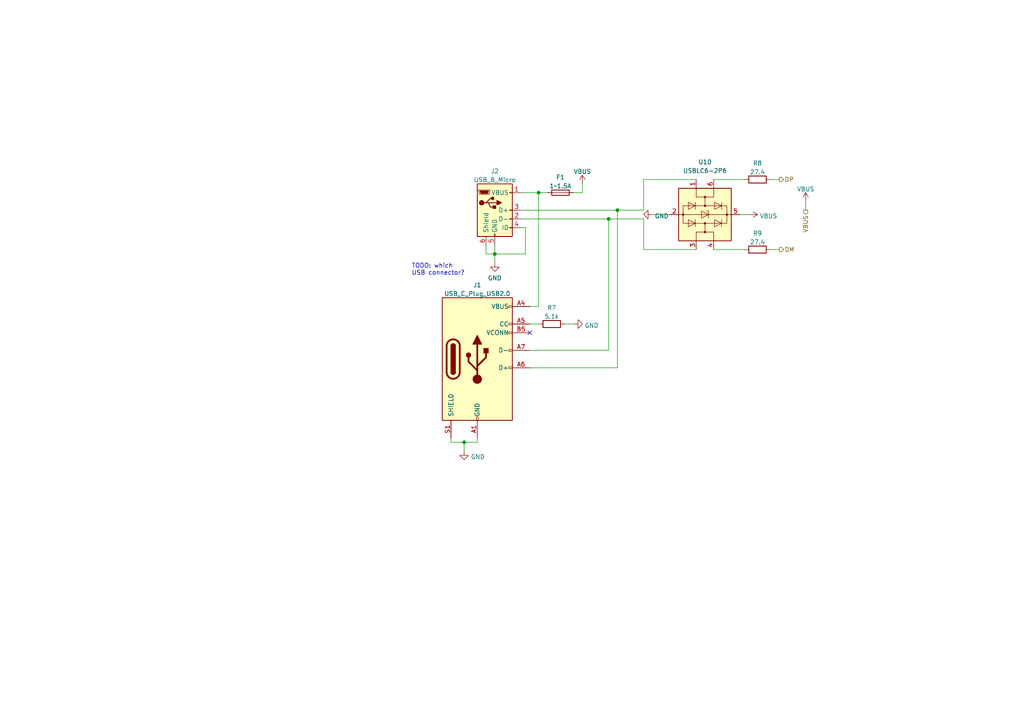
<source format=kicad_sch>
(kicad_sch (version 20211123) (generator eeschema)
  (paper "A4")
  (lib_symbols
    (symbol "Connector:USB_B_Micro" (pin_names (offset 1.016))
      (property "Reference" "J" (at -5.08 11.43 0))
      (property "Value" "USB_B_Micro" (at -5.08 8.89 0))
      (symbol "USB_B_Micro_0_1"
        (rectangle (start -5.08 -7.62) (end 5.08 7.62) (stroke (width 0.254)) (fill (type background)))
        (circle (center -3.81 2.159) (radius 0.635) (stroke (width 0.254)) (fill (type outline)))
        (circle (center -0.635 3.429) (radius 0.381) (stroke (width 0.254)) (fill (type outline)))
        (rectangle (start -0.127 -7.62) (end 0.127 -6.858))
        (polyline (pts (xy -1.905 2.159) (xy 0.635 2.159)) (stroke (width 0.254)))
        (polyline (pts (xy -3.175 2.159) (xy -2.54 2.159) (xy -1.27 3.429) (xy -0.635 3.429)) (stroke (width 0.254)))
        (polyline (pts (xy -2.54 2.159) (xy -1.905 2.159) (xy -1.27 0.889) (xy 0 0.889)) (stroke (width 0.254)))
        (polyline (pts (xy 0.635 2.794) (xy 0.635 1.524) (xy 1.905 2.159) (xy 0.635 2.794)) (stroke (width 0.254)) (fill (type outline)))
        (polyline (pts (xy -4.318 5.588) (xy -1.778 5.588) (xy -2.032 4.826) (xy -4.064 4.826) (xy -4.318 5.588)) (fill (type outline)))
        (polyline (pts (xy -4.699 5.842) (xy -4.699 5.588) (xy -4.445 4.826) (xy -4.445 4.572) (xy -1.651 4.572) (xy -1.651 4.826) (xy -1.397 5.588) (xy -1.397 5.842) (xy -4.699 5.842)))
        (rectangle (start 0.254 1.27) (end -0.508 0.508) (stroke (width 0.254)) (fill (type outline)))
        (rectangle (start 5.08 -5.207) (end 4.318 -4.953))
        (rectangle (start 5.08 -2.667) (end 4.318 -2.413))
        (rectangle (start 5.08 -0.127) (end 4.318 0.127))
        (rectangle (start 5.08 4.953) (end 4.318 5.207))
      )
      (symbol "USB_B_Micro_1_1"
        (pin power_out line (at 7.62 5.08 180) (length 2.54) (name "VBUS") (number "1"))
        (pin bidirectional line (at 7.62 -2.54 180) (length 2.54) (name "D-") (number "2"))
        (pin bidirectional line (at 7.62 0 180) (length 2.54) (name "D+") (number "3"))
        (pin passive line (at 7.62 -5.08 180) (length 2.54) (name "ID") (number "4"))
        (pin power_out line (at 0 -10.16 90) (length 2.54) (name "GND") (number "5"))
        (pin passive line (at -2.54 -10.16 90) (length 2.54) (name "Shield") (number "6"))
      )
    )
    (symbol "Connector:USB_C_Plug_USB2.0" (pin_names (offset 1.016))
      (property "Reference" "P" (at -10.16 19.05 0))
      (property "Value" "USB_C_Plug_USB2.0" (at 12.7 19.05 0))
      (symbol "USB_C_Plug_USB2.0_0_0"
        (rectangle (start -0.254 -17.78) (end 0.254 -16.764))
        (rectangle (start 10.16 -2.286) (end 9.144 -2.794))
        (rectangle (start 10.16 2.794) (end 9.144 2.286))
        (rectangle (start 10.16 7.874) (end 9.144 7.366))
        (rectangle (start 10.16 10.414) (end 9.144 9.906))
        (rectangle (start 10.16 15.494) (end 9.144 14.986))
      )
      (symbol "USB_C_Plug_USB2.0_0_1"
        (rectangle (start -10.16 17.78) (end 10.16 -17.78) (stroke (width 0.254)) (fill (type background)))
        (arc (start -8.89 -3.81) (mid -6.985 -5.715) (end -5.08 -3.81) (stroke (width 0.508)))
        (arc (start -7.62 -3.81) (mid -6.985 -4.445) (end -6.35 -3.81) (stroke (width 0.254)))
        (arc (start -7.62 -3.81) (mid -6.985 -4.445) (end -6.35 -3.81) (stroke (width 0.254)) (fill (type outline)))
        (rectangle (start -7.62 -3.81) (end -6.35 3.81) (stroke (width 0.254)) (fill (type outline)))
        (arc (start -6.35 3.81) (mid -6.985 4.445) (end -7.62 3.81) (stroke (width 0.254)))
        (arc (start -6.35 3.81) (mid -6.985 4.445) (end -7.62 3.81) (stroke (width 0.254)) (fill (type outline)))
        (arc (start -5.08 3.81) (mid -6.985 5.715) (end -8.89 3.81) (stroke (width 0.508)))
        (circle (center -2.54 1.143) (radius 0.635) (stroke (width 0.254)) (fill (type outline)))
        (circle (center 0 -5.842) (radius 1.27) (fill (type outline)))
        (polyline (pts (xy -8.89 -3.81) (xy -8.89 3.81)) (stroke (width 0.508)))
        (polyline (pts (xy -5.08 3.81) (xy -5.08 -3.81)) (stroke (width 0.508)))
        (polyline (pts (xy 0 -5.842) (xy 0 4.318)) (stroke (width 0.508)))
        (polyline (pts (xy 0 -3.302) (xy -2.54 -0.762) (xy -2.54 0.508)) (stroke (width 0.508)))
        (polyline (pts (xy 0 -2.032) (xy 2.54 0.508) (xy 2.54 1.778)) (stroke (width 0.508)))
        (polyline (pts (xy -1.27 4.318) (xy 0 6.858) (xy 1.27 4.318) (xy -1.27 4.318)) (stroke (width 0.254)) (fill (type outline)))
        (rectangle (start 1.905 1.778) (end 3.175 3.048) (stroke (width 0.254)) (fill (type outline)))
      )
      (symbol "USB_C_Plug_USB2.0_1_1"
        (pin passive line (at 0 -22.86 90) (length 5.08) (name "GND") (number "A1"))
        (pin passive line (at 0 -22.86 90) (length 5.08) hide (name "GND") (number "A12"))
        (pin passive line (at 15.24 15.24 180) (length 5.08) (name "VBUS") (number "A4"))
        (pin bidirectional line (at 15.24 10.16 180) (length 5.08) (name "CC") (number "A5"))
        (pin bidirectional line (at 15.24 -2.54 180) (length 5.08) (name "D+") (number "A6"))
        (pin bidirectional line (at 15.24 2.54 180) (length 5.08) (name "D-") (number "A7"))
        (pin passive line (at 15.24 15.24 180) (length 5.08) hide (name "VBUS") (number "A9"))
        (pin passive line (at 0 -22.86 90) (length 5.08) hide (name "GND") (number "B1"))
        (pin passive line (at 0 -22.86 90) (length 5.08) hide (name "GND") (number "B12"))
        (pin passive line (at 15.24 15.24 180) (length 5.08) hide (name "VBUS") (number "B4"))
        (pin bidirectional line (at 15.24 7.62 180) (length 5.08) (name "VCONN") (number "B5"))
        (pin passive line (at 15.24 15.24 180) (length 5.08) hide (name "VBUS") (number "B9"))
        (pin passive line (at -7.62 -22.86 90) (length 5.08) (name "SHIELD") (number "S1"))
      )
    )
    (symbol "Device:Fuse" (pin_numbers hide) (pin_names (offset 0))
      (property "Reference" "F" (at 2.032 0 90))
      (property "Value" "Fuse" (at -1.905 0 90))
      (symbol "Fuse_0_1"
        (rectangle (start -0.762 -2.54) (end 0.762 2.54) (stroke (width 0.254)))
        (polyline (pts (xy 0 2.54) (xy 0 -2.54)))
      )
      (symbol "Fuse_1_1"
        (pin passive line (at 0 3.81 270) (length 1.27) (name "~") (number "1"))
        (pin passive line (at 0 -3.81 90) (length 1.27) (name "~") (number "2"))
      )
    )
    (symbol "Device:R" (pin_numbers hide) (pin_names (offset 0))
      (property "Reference" "R" (at 2.032 0 90))
      (property "Value" "R" (at 0 0 90))
      (symbol "R_0_1"
        (rectangle (start -1.016 -2.54) (end 1.016 2.54) (stroke (width 0.254)))
      )
      (symbol "R_1_1"
        (pin passive line (at 0 3.81 270) (length 1.27) (name "~") (number "1"))
        (pin passive line (at 0 -3.81 90) (length 1.27) (name "~") (number "2"))
      )
    )
    (symbol "Power_Protection:USBLC6-2P6" (pin_names hide)
      (property "Reference" "U" (at 2.54 8.89 0))
      (property "Value" "USBLC6-2P6" (at 2.54 -8.89 0))
      (symbol "USBLC6-2P6_0_1"
        (rectangle (start -7.62 -7.62) (end 7.62 7.62) (stroke (width 0.254)) (fill (type background)))
        (circle (center -5.08 0) (radius 0.254) (fill (type outline)))
        (circle (center -2.54 0) (radius 0.254) (fill (type outline)))
        (rectangle (start -2.54 6.35) (end 2.54 -6.35))
        (circle (center 0 -6.35) (radius 0.254) (fill (type outline)))
        (polyline (pts (xy -5.08 -2.54) (xy -7.62 -2.54)))
        (polyline (pts (xy -5.08 0) (xy -5.08 -2.54)))
        (polyline (pts (xy -5.08 2.54) (xy -7.62 2.54)))
        (polyline (pts (xy -1.524 -2.794) (xy -3.556 -2.794)))
        (polyline (pts (xy -1.524 4.826) (xy -3.556 4.826)))
        (polyline (pts (xy 0 -7.62) (xy 0 -6.35)))
        (polyline (pts (xy 0 -6.35) (xy 0 1.27)))
        (polyline (pts (xy 0 1.27) (xy 0 6.35)))
        (polyline (pts (xy 0 6.35) (xy 0 7.62)))
        (polyline (pts (xy 1.524 -2.794) (xy 3.556 -2.794)))
        (polyline (pts (xy 1.524 4.826) (xy 3.556 4.826)))
        (polyline (pts (xy 5.08 -2.54) (xy 7.62 -2.54)))
        (polyline (pts (xy 5.08 0) (xy 5.08 -2.54)))
        (polyline (pts (xy 5.08 2.54) (xy 7.62 2.54)))
        (polyline (pts (xy -2.54 0) (xy -5.08 0) (xy -5.08 2.54)))
        (polyline (pts (xy 2.54 0) (xy 5.08 0) (xy 5.08 2.54)))
        (polyline (pts (xy -3.556 -4.826) (xy -1.524 -4.826) (xy -2.54 -2.794) (xy -3.556 -4.826)))
        (polyline (pts (xy -3.556 2.794) (xy -1.524 2.794) (xy -2.54 4.826) (xy -3.556 2.794)))
        (polyline (pts (xy -1.016 -1.016) (xy 1.016 -1.016) (xy 0 1.016) (xy -1.016 -1.016)))
        (polyline (pts (xy 1.016 1.016) (xy 0.762 1.016) (xy -1.016 1.016) (xy -1.016 0.508)))
        (polyline (pts (xy 3.556 -4.826) (xy 1.524 -4.826) (xy 2.54 -2.794) (xy 3.556 -4.826)))
        (polyline (pts (xy 3.556 2.794) (xy 1.524 2.794) (xy 2.54 4.826) (xy 3.556 2.794)))
        (circle (center 0 6.35) (radius 0.254) (fill (type outline)))
        (circle (center 2.54 0) (radius 0.254) (fill (type outline)))
        (circle (center 5.08 0) (radius 0.254) (fill (type outline)))
      )
      (symbol "USBLC6-2P6_1_1"
        (pin passive line (at -10.16 -2.54 0) (length 2.54) (name "I/O1") (number "1"))
        (pin passive line (at 0 -10.16 90) (length 2.54) (name "GND") (number "2"))
        (pin passive line (at 10.16 -2.54 180) (length 2.54) (name "I/O2") (number "3"))
        (pin passive line (at 10.16 2.54 180) (length 2.54) (name "I/O2") (number "4"))
        (pin passive line (at 0 10.16 270) (length 2.54) (name "VBUS") (number "5"))
        (pin passive line (at -10.16 2.54 0) (length 2.54) (name "I/O1") (number "6"))
      )
    )
    (symbol "power:GND" (power) (pin_names (offset 0))
      (property "Value" "GND" (at 0 -3.81 0))
      (symbol "GND_0_1"
        (polyline (pts (xy 0 0) (xy 0 -1.27) (xy 1.27 -1.27) (xy 0 -2.54) (xy -1.27 -1.27) (xy 0 -1.27)))
      )
      (symbol "GND_1_1"
        (pin power_in line (at 0 0 270) (length 0) hide (name "GND") (number "1"))
      )
    )
    (symbol "power:VBUS" (power) (pin_names (offset 0))
      (property "Value" "VBUS" (at 0 3.81 0))
      (symbol "VBUS_0_1"
        (polyline (pts (xy -0.762 1.27) (xy 0 2.54)))
        (polyline (pts (xy 0 0) (xy 0 2.54)))
        (polyline (pts (xy 0 2.54) (xy 0.762 1.27)))
      )
      (symbol "VBUS_1_1"
        (pin power_in line (at 0 0 90) (length 0) hide (name "VBUS") (number "1"))
      )
    )
  )
  (junction (at 134.62 128.27))
  (junction (at 179.07 60.96))
  (junction (at 156.21 55.88))
  (junction (at 143.51 73.66))
  (junction (at 176.53 63.5))
  (no_connect (at 153.67 96.52))
  (wire (pts (xy 223.52 72.39) (xy 226.06 72.39)))
  (wire (pts (xy 214.63 62.23) (xy 217.17 62.23)))
  (wire (pts (xy 153.67 106.68) (xy 179.07 106.68)))
  (wire (pts (xy 134.62 128.27) (xy 134.62 130.81)))
  (wire (pts (xy 207.01 72.39) (xy 215.9 72.39)))
  (wire (pts (xy 151.13 60.96) (xy 179.07 60.96)))
  (wire (pts (xy 143.51 73.66) (xy 152.4 73.66)))
  (wire (pts (xy 207.01 52.07) (xy 215.9 52.07)))
  (wire (pts (xy 143.51 73.66) (xy 143.51 76.2)))
  (wire (pts (xy 223.52 52.07) (xy 226.06 52.07)))
  (wire (pts (xy 186.69 72.39) (xy 201.93 72.39)))
  (wire (pts (xy 186.69 63.5) (xy 186.69 72.39)))
  (wire (pts (xy 130.81 128.27) (xy 134.62 128.27)))
  (wire (pts (xy 233.68 58.42) (xy 233.68 60.96)))
  (wire (pts (xy 179.07 60.96) (xy 186.69 60.96)))
  (wire (pts (xy 140.97 71.12) (xy 140.97 73.66)))
  (wire (pts (xy 152.4 66.04) (xy 152.4 73.66)))
  (wire (pts (xy 156.21 88.9) (xy 156.21 55.88)))
  (wire (pts (xy 153.67 93.98) (xy 156.21 93.98)))
  (wire (pts (xy 168.91 53.34) (xy 168.91 55.88)))
  (wire (pts (xy 151.13 55.88) (xy 156.21 55.88)))
  (wire (pts (xy 140.97 73.66) (xy 143.51 73.66)))
  (wire (pts (xy 163.83 93.98) (xy 166.37 93.98)))
  (wire (pts (xy 153.67 88.9) (xy 156.21 88.9)))
  (wire (pts (xy 153.67 101.6) (xy 176.53 101.6)))
  (wire (pts (xy 166.37 55.88) (xy 168.91 55.88)))
  (wire (pts (xy 186.69 60.96) (xy 186.69 52.07)))
  (wire (pts (xy 176.53 63.5) (xy 186.69 63.5)))
  (wire (pts (xy 176.53 63.5) (xy 176.53 101.6)))
  (wire (pts (xy 130.81 127) (xy 130.81 128.27)))
  (wire (pts (xy 151.13 63.5) (xy 176.53 63.5)))
  (wire (pts (xy 179.07 60.96) (xy 179.07 106.68)))
  (wire (pts (xy 151.13 66.04) (xy 152.4 66.04)))
  (wire (pts (xy 189.23 62.23) (xy 194.31 62.23)))
  (wire (pts (xy 156.21 55.88) (xy 158.75 55.88)))
  (wire (pts (xy 134.62 128.27) (xy 138.43 128.27)))
  (wire (pts (xy 186.69 52.07) (xy 201.93 52.07)))
  (wire (pts (xy 138.43 128.27) (xy 138.43 127)))
  (wire (pts (xy 143.51 73.66) (xy 143.51 71.12)))
  (text "TODO: which\nUSB connector?" (at 119.38 80.01 0) (effects (font (size 1.27 1.27)) (justify left bottom)))
  (hierarchical_label "DM" (shape output) (at 226.06 72.39 0))
  (hierarchical_label "VBUS" (shape output) (at 233.68 60.96 270))
  (hierarchical_label "DP" (shape output) (at 226.06 52.07 0))
  (symbol (lib_id "Device:R") (at 160.02 93.98 90) (unit 1)
    (property "Reference" "R7" (at 160.02 89.2642 90))
    (property "Value" "5.1k" (at 160.02 91.8011 90))
  )
  (symbol (lib_id "Device:R") (at 219.71 72.39 90) (unit 1)
    (property "Reference" "R9" (at 219.71 67.6742 90))
    (property "Value" "27.4" (at 219.71 70.2111 90))
  )
  (symbol (lib_id "Connector:USB_B_Micro") (at 143.51 60.96 0) (unit 1)
    (property "Reference" "J2" (at 143.51 49.6402 0))
    (property "Value" "USB_B_Micro" (at 143.51 52.1771 0))
  )
  (symbol (lib_id "Connector:USB_C_Plug_USB2.0") (at 138.43 104.14 0) (unit 1)
    (property "Reference" "J1" (at 138.43 82.6602 0))
    (property "Value" "USB_C_Plug_USB2.0" (at 138.43 85.1971 0))
    (property "Datasheet" "https://www.usb.org/sites/default/files/documents/usb_type-c.zip" (effects hide))
  )
  (symbol (lib_id "Power_Protection:USBLC6-2P6") (at 204.47 62.23 270) (unit 1)
    (property "Reference" "U10" (at 204.47 46.99 90))
    (property "Value" "USBLC6-2P6" (at 204.47 49.5269 90))
    (property "Footprint" "Package_TO_SOT_SMD:SOT-666" (effects hide))
    (property "Datasheet" "https://www.st.com/resource/en/datasheet/usblc6-2.pdf" (effects hide))
  )
  (symbol (lib_id "power:GND") (at 189.23 62.23 270) (unit 1)
    (property "Reference" "#PWR026" (effects hide))
    (property "Value" "GND" (at 189.865 62.6638 90) (effects (justify left)))
  )
  (symbol (lib_id "Device:Fuse") (at 162.56 55.88 90) (unit 1)
    (property "Reference" "F1" (at 162.56 51.4182 90))
    (property "Value" "1~1.5A" (at 162.56 53.9551 90))
  )
  (symbol (lib_id "power:VBUS") (at 217.17 62.23 270) (unit 1)
    (property "Reference" "#PWR027" (effects hide))
    (property "Value" "VBUS" (at 220.345 62.6638 90) (effects (justify left)))
  )
  (symbol (lib_id "power:VBUS") (at 168.91 53.34 0) (unit 1)
    (property "Reference" "#PWR025" (effects hide))
    (property "Value" "VBUS" (at 168.91 49.7642 0))
  )
  (symbol (lib_id "Device:R") (at 219.71 52.07 90) (unit 1)
    (property "Reference" "R8" (at 219.71 47.3542 90))
    (property "Value" "27.4" (at 219.71 49.8911 90))
  )
  (symbol (lib_id "power:VBUS") (at 233.68 58.42 0) (unit 1)
    (property "Reference" "#PWR028" (effects hide))
    (property "Value" "VBUS" (at 233.68 54.8442 0))
  )
  (symbol (lib_id "power:GND") (at 134.62 130.81 0) (unit 1)
    (property "Reference" "#PWR022" (effects hide))
    (property "Value" "GND" (at 136.525 132.5138 0) (effects (justify left)))
  )
  (symbol (lib_id "power:GND") (at 166.37 93.98 90) (unit 1)
    (property "Reference" "#PWR024" (effects hide))
    (property "Value" "GND" (at 169.545 94.4138 90) (effects (justify right)))
  )
  (symbol (lib_id "power:GND") (at 143.51 76.2 0) (unit 1)
    (property "Reference" "#PWR023" (effects hide))
    (property "Value" "GND" (at 143.51 80.6434 0))
  )
)
</source>
